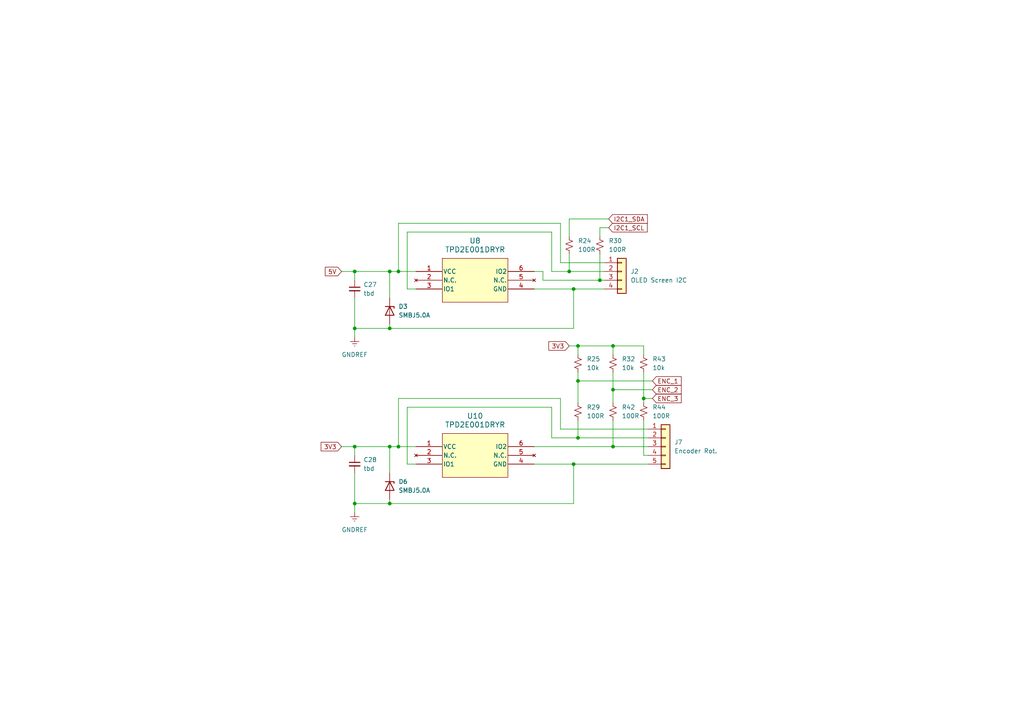
<source format=kicad_sch>
(kicad_sch (version 20250114) (generator "eeschema") (generator_version "9.0")
  (paper "A4")
  (lib_symbols
    (symbol "Connector_Generic:Conn_01x04" (pin_names (offset 1.016) (hide yes))
      (property "Reference" "J" (at 0 5.08 0))
      (property "Value" "Conn_01x04" (at 0 -7.62 0))
      (symbol "Conn_01x04_1_1"
        (rectangle (start -1.27 3.81) (end 1.27 -6.35) (stroke (width 0.254)) (fill (type background)))
        (rectangle (start -1.27 2.667) (end 0 2.413) (stroke (width 0.1524)))
        (rectangle (start -1.27 0.127) (end 0 -0.127) (stroke (width 0.1524)))
        (rectangle (start -1.27 -2.413) (end 0 -2.667) (stroke (width 0.1524)))
        (rectangle (start -1.27 -4.953) (end 0 -5.207) (stroke (width 0.1524)))
        (pin passive line (at -5.08 2.54 0) (length 3.81) (name "Pin_1") (number "1"))
        (pin passive line (at -5.08 0 0) (length 3.81) (name "Pin_2") (number "2"))
        (pin passive line (at -5.08 -2.54 0) (length 3.81) (name "Pin_3") (number "3"))
        (pin passive line (at -5.08 -5.08 0) (length 3.81) (name "Pin_4") (number "4"))
      )
    )
    (symbol "Connector_Generic:Conn_01x05" (pin_names (offset 1.016) (hide yes))
      (property "Reference" "J" (at 0 7.62 0))
      (property "Value" "Conn_01x05" (at 0 -7.62 0))
      (symbol "Conn_01x05_1_1"
        (rectangle (start -1.27 6.35) (end 1.27 -6.35) (stroke (width 0.254)) (fill (type background)))
        (rectangle (start -1.27 5.207) (end 0 4.953) (stroke (width 0.1524)))
        (rectangle (start -1.27 2.667) (end 0 2.413) (stroke (width 0.1524)))
        (rectangle (start -1.27 0.127) (end 0 -0.127) (stroke (width 0.1524)))
        (rectangle (start -1.27 -2.413) (end 0 -2.667) (stroke (width 0.1524)))
        (rectangle (start -1.27 -4.953) (end 0 -5.207) (stroke (width 0.1524)))
        (pin passive line (at -5.08 5.08 0) (length 3.81) (name "Pin_1") (number "1"))
        (pin passive line (at -5.08 2.54 0) (length 3.81) (name "Pin_2") (number "2"))
        (pin passive line (at -5.08 0 0) (length 3.81) (name "Pin_3") (number "3"))
        (pin passive line (at -5.08 -2.54 0) (length 3.81) (name "Pin_4") (number "4"))
        (pin passive line (at -5.08 -5.08 0) (length 3.81) (name "Pin_5") (number "5"))
      )
    )
    (symbol "Device:C_Small" (pin_numbers (hide yes)) (pin_names (offset 0.254) (hide yes))
      (property "Reference" "C" (at 0.254 1.778 0))
      (property "Value" "C_Small" (at 0.254 -2.032 0))
      (symbol "C_Small_0_1"
        (polyline (pts (xy -1.524 0.508) (xy 1.524 0.508)) (stroke (width 0.3048)))
        (polyline (pts (xy -1.524 -0.508) (xy 1.524 -0.508)) (stroke (width 0.3302)))
      )
      (symbol "C_Small_1_1"
        (pin passive line (at 0 2.54 270) (length 2.032) (name "~") (number "1"))
        (pin passive line (at 0 -2.54 90) (length 2.032) (name "~") (number "2"))
      )
    )
    (symbol "Device:R_Small_US" (pin_numbers (hide yes)) (pin_names (offset 0.254) (hide yes))
      (property "Reference" "R" (at 0.762 0.508 0))
      (property "Value" "R_Small_US" (at 0.762 -1.016 0))
      (symbol "R_Small_US_1_1"
        (polyline (pts (xy 0 1.524) (xy 1.016 1.143) (xy 0 0.762) (xy -1.016 0.381) (xy 0 0)))
        (polyline (pts (xy 0 0) (xy 1.016 -0.381) (xy 0 -0.762) (xy -1.016 -1.143) (xy 0 -1.524)))
        (pin passive line (at 0 2.54 270) (length 1.016) (name "~") (number "1"))
        (pin passive line (at 0 -2.54 90) (length 1.016) (name "~") (number "2"))
      )
    )
    (symbol "Diode:ESD5Zxx" (pin_numbers (hide yes)) (pin_names (hide yes))
      (property "Reference" "D" (at 0 2.54 0))
      (property "Value" "ESD5Zxx" (at 0 -2.54 0))
      (symbol "ESD5Zxx_0_1"
        (polyline (pts (xy -1.27 -1.27) (xy -1.27 1.27) (xy -0.762 1.27)) (stroke (width 0.254)))
        (polyline (pts (xy 1.27 0) (xy -1.27 0)))
        (polyline (pts (xy 1.27 -1.27) (xy 1.27 1.27) (xy -1.27 0) (xy 1.27 -1.27)) (stroke (width 0.254)))
      )
      (symbol "ESD5Zxx_1_1"
        (pin passive line (at -3.81 0 0) (length 2.54) (name "K") (number "1"))
        (pin passive line (at 3.81 0 180) (length 2.54) (name "A") (number "2"))
      )
    )
    (symbol "Power_Protection:TPD2E001DRYR" (pin_names (offset 0.254))
      (property "Reference" "U" (at 30.48 10.16 0))
      (property "Value" "TPD2E001DRYR" (at 30.48 7.62 0))
      (symbol "TPD2E001DRYR_0_1"
        (pin power_in line (at 26.67 0 0) (length 7.62) (name "VCC") (number "1"))
        (pin no_connect line (at 26.67 -2.54 0) (length 7.62) (name "N.C.") (number "2"))
        (pin unspecified line (at 26.67 -5.08 0) (length 7.62) (name "IO1") (number "3"))
        (pin unspecified line (at 60.96 0 180) (length 7.62) (name "IO2") (number "6"))
        (pin no_connect line (at 60.96 -2.54 180) (length 7.62) (name "N.C.") (number "5"))
        (pin power_in line (at 60.96 -5.08 180) (length 7.62) (name "GND") (number "4"))
      )
      (symbol "TPD2E001DRYR_1_1"
        (rectangle (start 34.29 3.81) (end 53.34 -8.89) (fill (type background)))
      )
    )
    (symbol "power:GNDREF" (power) (pin_numbers (hide yes)) (pin_names (offset 0) (hide yes))
      (property "Value" "GNDREF" (at 0 -3.81 0))
      (symbol "GNDREF_0_1"
        (polyline (pts (xy -0.635 -1.905) (xy 0.635 -1.905)))
        (polyline (pts (xy -0.127 -2.54) (xy 0.127 -2.54)))
        (polyline (pts (xy 0 -1.27) (xy 0 0)))
        (polyline (pts (xy 1.27 -1.27) (xy -1.27 -1.27)))
      )
      (symbol "GNDREF_1_1"
        (pin power_in line (at 0 0 270) (length 0) (name "~") (number "1"))
      )
    )
  )
  (junction (at 167.64 100.33))
  (junction (at 166.37 83.82))
  (junction (at 115.57 129.54))
  (junction (at 177.8 129.54))
  (junction (at 102.87 129.54))
  (junction (at 113.03 95.25))
  (junction (at 165.1 78.74))
  (junction (at 173.99 81.28))
  (junction (at 167.64 127))
  (junction (at 113.03 146.05))
  (junction (at 177.8 113.03))
  (junction (at 113.03 129.54))
  (junction (at 166.37 134.62))
  (junction (at 186.69 115.57))
  (junction (at 177.8 100.33))
  (junction (at 102.87 78.74))
  (junction (at 102.87 146.05))
  (junction (at 115.57 78.74))
  (junction (at 167.64 110.49))
  (junction (at 113.03 78.74))
  (junction (at 102.87 95.25))
  (wire (pts (xy 162.56 115.57) (xy 162.56 124.46)))
  (wire (pts (xy 160.02 118.11) (xy 160.02 127)))
  (wire (pts (xy 120.65 129.54) (xy 115.57 129.54)))
  (wire (pts (xy 113.03 146.05) (xy 166.37 146.05)))
  (wire (pts (xy 102.87 146.05) (xy 113.03 146.05)))
  (wire (pts (xy 120.65 78.74) (xy 115.57 78.74)))
  (wire (pts (xy 160.02 78.74) (xy 165.1 78.74)))
  (wire (pts (xy 115.57 115.57) (xy 162.56 115.57)))
  (wire (pts (xy 166.37 134.62) (xy 187.96 134.62)))
  (wire (pts (xy 162.56 76.2) (xy 175.26 76.2)))
  (wire (pts (xy 165.1 63.5) (xy 165.1 68.58)))
  (wire (pts (xy 162.56 64.77) (xy 162.56 76.2)))
  (wire (pts (xy 102.87 95.25) (xy 113.03 95.25)))
  (wire (pts (xy 173.99 66.04) (xy 173.99 68.58)))
  (wire (pts (xy 186.69 121.92) (xy 186.69 132.08)))
  (wire (pts (xy 113.03 144.78) (xy 113.03 146.05)))
  (wire (pts (xy 154.94 129.54) (xy 177.8 129.54)))
  (wire (pts (xy 120.65 83.82) (xy 118.11 83.82)))
  (wire (pts (xy 102.87 86.36) (xy 102.87 95.25)))
  (wire (pts (xy 154.94 78.74) (xy 157.48 78.74)))
  (wire (pts (xy 165.1 63.5) (xy 176.53 63.5)))
  (wire (pts (xy 102.87 146.05) (xy 102.87 148.59)))
  (wire (pts (xy 113.03 78.74) (xy 113.03 86.36)))
  (wire (pts (xy 120.65 134.62) (xy 118.11 134.62)))
  (wire (pts (xy 173.99 66.04) (xy 176.53 66.04)))
  (wire (pts (xy 113.03 78.74) (xy 115.57 78.74)))
  (wire (pts (xy 160.02 127) (xy 167.64 127)))
  (wire (pts (xy 160.02 67.31) (xy 160.02 78.74)))
  (wire (pts (xy 186.69 115.57) (xy 189.23 115.57)))
  (wire (pts (xy 102.87 78.74) (xy 102.87 81.28)))
  (wire (pts (xy 177.8 113.03) (xy 189.23 113.03)))
  (wire (pts (xy 167.64 110.49) (xy 167.64 116.84)))
  (wire (pts (xy 186.69 100.33) (xy 186.69 102.87)))
  (wire (pts (xy 115.57 129.54) (xy 115.57 115.57)))
  (wire (pts (xy 189.23 110.49) (xy 167.64 110.49)))
  (wire (pts (xy 102.87 137.16) (xy 102.87 146.05)))
  (wire (pts (xy 102.87 95.25) (xy 102.87 97.79)))
  (wire (pts (xy 177.8 100.33) (xy 177.8 102.87)))
  (wire (pts (xy 118.11 134.62) (xy 118.11 118.11)))
  (wire (pts (xy 177.8 129.54) (xy 187.96 129.54)))
  (wire (pts (xy 186.69 132.08) (xy 187.96 132.08)))
  (wire (pts (xy 118.11 67.31) (xy 160.02 67.31)))
  (wire (pts (xy 102.87 78.74) (xy 113.03 78.74)))
  (wire (pts (xy 99.06 78.74) (xy 102.87 78.74)))
  (wire (pts (xy 113.03 129.54) (xy 113.03 137.16)))
  (wire (pts (xy 177.8 116.84) (xy 177.8 113.03)))
  (wire (pts (xy 162.56 124.46) (xy 187.96 124.46)))
  (wire (pts (xy 177.8 107.95) (xy 177.8 113.03)))
  (wire (pts (xy 113.03 93.98) (xy 113.03 95.25)))
  (wire (pts (xy 157.48 78.74) (xy 157.48 81.28)))
  (wire (pts (xy 113.03 129.54) (xy 115.57 129.54)))
  (wire (pts (xy 173.99 81.28) (xy 175.26 81.28)))
  (wire (pts (xy 186.69 107.95) (xy 186.69 115.57)))
  (wire (pts (xy 165.1 100.33) (xy 167.64 100.33)))
  (wire (pts (xy 157.48 81.28) (xy 173.99 81.28)))
  (wire (pts (xy 165.1 78.74) (xy 175.26 78.74)))
  (wire (pts (xy 167.64 100.33) (xy 177.8 100.33)))
  (wire (pts (xy 167.64 121.92) (xy 167.64 127)))
  (wire (pts (xy 154.94 134.62) (xy 166.37 134.62)))
  (wire (pts (xy 113.03 95.25) (xy 166.37 95.25)))
  (wire (pts (xy 166.37 83.82) (xy 175.26 83.82)))
  (wire (pts (xy 154.94 83.82) (xy 166.37 83.82)))
  (wire (pts (xy 118.11 83.82) (xy 118.11 67.31)))
  (wire (pts (xy 186.69 115.57) (xy 186.69 116.84)))
  (wire (pts (xy 167.64 127) (xy 187.96 127)))
  (wire (pts (xy 166.37 83.82) (xy 166.37 95.25)))
  (wire (pts (xy 177.8 121.92) (xy 177.8 129.54)))
  (wire (pts (xy 115.57 64.77) (xy 162.56 64.77)))
  (wire (pts (xy 102.87 129.54) (xy 102.87 132.08)))
  (wire (pts (xy 165.1 73.66) (xy 165.1 78.74)))
  (wire (pts (xy 167.64 107.95) (xy 167.64 110.49)))
  (wire (pts (xy 115.57 78.74) (xy 115.57 64.77)))
  (wire (pts (xy 118.11 118.11) (xy 160.02 118.11)))
  (wire (pts (xy 102.87 129.54) (xy 113.03 129.54)))
  (wire (pts (xy 167.64 100.33) (xy 167.64 102.87)))
  (wire (pts (xy 99.06 129.54) (xy 102.87 129.54)))
  (wire (pts (xy 177.8 100.33) (xy 186.69 100.33)))
  (wire (pts (xy 173.99 73.66) (xy 173.99 81.28)))
  (wire (pts (xy 166.37 134.62) (xy 166.37 146.05)))
  (global_label "I2C1_SDA" (shape input) (at 176.53 63.5 0) (property "Intersheetrefs" "${INTERSHEET_REFS}" (effects (hide yes))))
  (global_label "ENC_1" (shape input) (at 189.23 110.49 0) (property "Intersheetrefs" "${INTERSHEET_REFS}" (effects (hide yes))))
  (global_label "I2C1_SCL" (shape input) (at 176.53 66.04 0) (property "Intersheetrefs" "${INTERSHEET_REFS}" (effects (hide yes))))
  (global_label "3V3" (shape input) (at 99.06 129.54 180) (property "Intersheetrefs" "${INTERSHEET_REFS}" (effects (hide yes))))
  (global_label "5V" (shape input) (at 99.06 78.74 180) (property "Intersheetrefs" "${INTERSHEET_REFS}" (effects (hide yes))))
  (global_label "ENC_2" (shape input) (at 189.23 113.03 0) (property "Intersheetrefs" "${INTERSHEET_REFS}" (effects (hide yes))))
  (global_label "3V3" (shape input) (at 165.1 100.33 180) (property "Intersheetrefs" "${INTERSHEET_REFS}" (effects (hide yes))))
  (global_label "ENC_3" (shape input) (at 189.23 115.57 0) (property "Intersheetrefs" "${INTERSHEET_REFS}" (effects (hide yes))))
  (symbol (lib_id "Connector_Generic:Conn_01x05") (at 193.04 129.54 0) (unit 1)
    (property "Reference" "J7" (at 195.58 128.2699 0) (effects (justify left)))
    (property "Value" "Encoder Rot." (at 195.58 130.8099 0) (effects (justify left)))
    (property "Description" "Generic connector, single row, 01x05, script generated (kicad-library-utils/schlib/autogen/connector/)" (effects (hide yes)))
  )
  (symbol (lib_id "Device:R_Small_US") (at 177.8 105.41 180) (unit 1)
    (property "Reference" "R32" (at 180.34 104.1399 0) (effects (justify right)))
    (property "Value" "10k" (at 180.34 106.6799 0) (effects (justify right)))
    (property "Description" "Resistor, small US symbol" (effects (hide yes)))
  )
  (symbol (lib_id "Device:R_Small_US") (at 173.99 71.12 180) (unit 1)
    (property "Reference" "R30" (at 176.53 69.8499 0) (effects (justify right)))
    (property "Value" "100R" (at 176.53 72.3899 0) (effects (justify right)))
    (property "Description" "Resistor, small US symbol" (effects (hide yes)))
  )
  (symbol (lib_id "power:GNDREF") (at 102.87 97.79 0) (unit 1)
    (property "Reference" "#PWR015" (effects (hide yes)))
    (property "Value" "GNDREF" (at 102.87 102.87 0))
    (property "Description" "Power symbol creates a global label with name \"GNDREF\" , reference supply ground" (effects (hide yes)))
  )
  (symbol (lib_id "Device:C_Small") (at 102.87 83.82 0) (unit 1)
    (property "Reference" "C27" (at 105.41 82.5562 0) (effects (justify left)))
    (property "Value" "tbd" (at 105.41 85.0962 0) (effects (justify left)))
    (property "Description" "Unpolarized capacitor, small symbol" (effects (hide yes)))
  )
  (symbol (lib_id "Power_Protection:TPD2E001DRYR") (at 93.98 129.54 0) (unit 1)
    (property "Reference" "U10" (at 137.795 120.65 0) (effects (font (size 1.524 1.524))))
    (property "Value" "TPD2E001DRYR" (at 137.795 123.19 0) (effects (font (size 1.524 1.524))))
    (property "Footprint" "DRY6" (effects (hide yes)))
    (property "Datasheet" "TPD2E001DRYR" (effects (hide yes)))
  )
  (symbol (lib_id "Device:R_Small_US") (at 177.8 119.38 180) (unit 1)
    (property "Reference" "R42" (at 180.34 118.1099 0) (effects (justify right)))
    (property "Value" "100R" (at 180.34 120.6499 0) (effects (justify right)))
    (property "Description" "Resistor, small US symbol" (effects (hide yes)))
  )
  (symbol (lib_id "Power_Protection:TPD2E001DRYR") (at 93.98 78.74 0) (unit 1)
    (property "Reference" "U8" (at 137.795 69.85 0) (effects (font (size 1.524 1.524))))
    (property "Value" "TPD2E001DRYR" (at 137.795 72.39 0) (effects (font (size 1.524 1.524))))
    (property "Footprint" "DRY6" (effects (hide yes)))
    (property "Datasheet" "TPD2E001DRYR" (effects (hide yes)))
  )
  (symbol (lib_id "Device:C_Small") (at 102.87 134.62 0) (unit 1)
    (property "Reference" "C28" (at 105.41 133.3562 0) (effects (justify left)))
    (property "Value" "tbd" (at 105.41 135.8962 0) (effects (justify left)))
    (property "Description" "Unpolarized capacitor, small symbol" (effects (hide yes)))
  )
  (symbol (lib_id "power:GNDREF") (at 102.87 148.59 0) (unit 1)
    (property "Reference" "#PWR016" (effects (hide yes)))
    (property "Value" "GNDREF" (at 102.87 153.67 0))
    (property "Description" "Power symbol creates a global label with name \"GNDREF\" , reference supply ground" (effects (hide yes)))
  )
  (symbol (lib_id "Diode:ESD5Zxx") (at 113.03 90.17 270) (unit 1)
    (property "Reference" "D3" (at 115.57 88.8999 90) (effects (justify left)))
    (property "Value" "SMBJ5.0A" (at 115.57 91.4399 90) (effects (justify left)))
    (property "Footprint" "Diode_SMD:D_SOD-523" (effects (hide yes)))
    (property "Datasheet" "https://www.onsemi.com/pdf/datasheet/esd5z2.5t1-d.pdf" (effects (hide yes)))
    (property "Description" "ESD Protection Diode, SOD-523" (effects (hide yes)))
  )
  (symbol (lib_id "Device:R_Small_US") (at 167.64 119.38 180) (unit 1)
    (property "Reference" "R29" (at 170.18 118.1099 0) (effects (justify right)))
    (property "Value" "100R" (at 170.18 120.6499 0) (effects (justify right)))
    (property "Description" "Resistor, small US symbol" (effects (hide yes)))
  )
  (symbol (lib_id "Connector_Generic:Conn_01x04") (at 180.34 78.74 0) (unit 1)
    (property "Reference" "J2" (at 182.88 78.7399 0) (effects (justify left)))
    (property "Value" "OLED Screen I2C" (at 182.88 81.2799 0) (effects (justify left)))
    (property "Description" "Generic connector, single row, 01x04, script generated (kicad-library-utils/schlib/autogen/connector/)" (effects (hide yes)))
  )
  (symbol (lib_id "Device:R_Small_US") (at 165.1 71.12 180) (unit 1)
    (property "Reference" "R24" (at 167.64 69.8499 0) (effects (justify right)))
    (property "Value" "100R" (at 167.64 72.3899 0) (effects (justify right)))
    (property "Description" "Resistor, small US symbol" (effects (hide yes)))
  )
  (symbol (lib_id "Diode:ESD5Zxx") (at 113.03 140.97 270) (unit 1)
    (property "Reference" "D6" (at 115.57 139.6999 90) (effects (justify left)))
    (property "Value" "SMBJ5.0A" (at 115.57 142.2399 90) (effects (justify left)))
    (property "Footprint" "Diode_SMD:D_SOD-523" (effects (hide yes)))
    (property "Datasheet" "https://www.onsemi.com/pdf/datasheet/esd5z2.5t1-d.pdf" (effects (hide yes)))
    (property "Description" "ESD Protection Diode, SOD-523" (effects (hide yes)))
  )
  (symbol (lib_id "Device:R_Small_US") (at 186.69 105.41 180) (unit 1)
    (property "Reference" "R43" (at 189.23 104.1399 0) (effects (justify right)))
    (property "Value" "10k" (at 189.23 106.6799 0) (effects (justify right)))
    (property "Description" "Resistor, small US symbol" (effects (hide yes)))
  )
  (symbol (lib_id "Device:R_Small_US") (at 167.64 105.41 180) (unit 1)
    (property "Reference" "R25" (at 170.18 104.1399 0) (effects (justify right)))
    (property "Value" "10k" (at 170.18 106.6799 0) (effects (justify right)))
    (property "Description" "Resistor, small US symbol" (effects (hide yes)))
  )
  (symbol (lib_id "Device:R_Small_US") (at 186.69 119.38 180) (unit 1)
    (property "Reference" "R44" (at 189.23 118.1099 0) (effects (justify right)))
    (property "Value" "100R" (at 189.23 120.6499 0) (effects (justify right)))
    (property "Description" "Resistor, small US symbol" (effects (hide yes)))
  )
)
</source>
